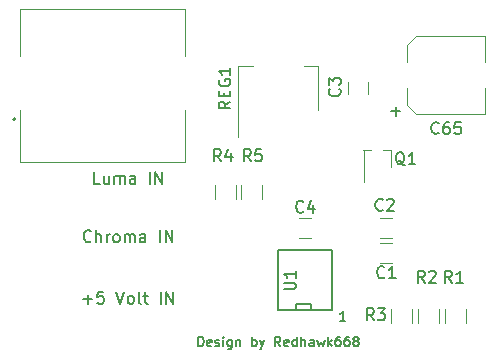
<source format=gbr>
G04 #@! TF.GenerationSoftware,KiCad,Pcbnew,(5.1.4)-1*
G04 #@! TF.CreationDate,2020-06-19T15:30:03+02:00*
G04 #@! TF.ProjectId,S-VHS ZX Spectrum Rev. C,532d5648-5320-45a5-9820-537065637472,rev?*
G04 #@! TF.SameCoordinates,Original*
G04 #@! TF.FileFunction,Legend,Top*
G04 #@! TF.FilePolarity,Positive*
%FSLAX46Y46*%
G04 Gerber Fmt 4.6, Leading zero omitted, Abs format (unit mm)*
G04 Created by KiCad (PCBNEW (5.1.4)-1) date 2020-06-19 15:30:03*
%MOMM*%
%LPD*%
G04 APERTURE LIST*
%ADD10C,0.200000*%
%ADD11C,0.120000*%
%ADD12C,0.100000*%
%ADD13C,0.150000*%
G04 APERTURE END LIST*
D10*
X165074571Y-110597904D02*
X164617428Y-110597904D01*
X164846000Y-110597904D02*
X164846000Y-109797904D01*
X164769809Y-109912190D01*
X164693619Y-109988380D01*
X164617428Y-110026476D01*
X152604047Y-112756904D02*
X152604047Y-111956904D01*
X152794523Y-111956904D01*
X152908809Y-111995000D01*
X152985000Y-112071190D01*
X153023095Y-112147380D01*
X153061190Y-112299761D01*
X153061190Y-112414047D01*
X153023095Y-112566428D01*
X152985000Y-112642619D01*
X152908809Y-112718809D01*
X152794523Y-112756904D01*
X152604047Y-112756904D01*
X153708809Y-112718809D02*
X153632619Y-112756904D01*
X153480238Y-112756904D01*
X153404047Y-112718809D01*
X153365952Y-112642619D01*
X153365952Y-112337857D01*
X153404047Y-112261666D01*
X153480238Y-112223571D01*
X153632619Y-112223571D01*
X153708809Y-112261666D01*
X153746904Y-112337857D01*
X153746904Y-112414047D01*
X153365952Y-112490238D01*
X154051666Y-112718809D02*
X154127857Y-112756904D01*
X154280238Y-112756904D01*
X154356428Y-112718809D01*
X154394523Y-112642619D01*
X154394523Y-112604523D01*
X154356428Y-112528333D01*
X154280238Y-112490238D01*
X154165952Y-112490238D01*
X154089761Y-112452142D01*
X154051666Y-112375952D01*
X154051666Y-112337857D01*
X154089761Y-112261666D01*
X154165952Y-112223571D01*
X154280238Y-112223571D01*
X154356428Y-112261666D01*
X154737380Y-112756904D02*
X154737380Y-112223571D01*
X154737380Y-111956904D02*
X154699285Y-111995000D01*
X154737380Y-112033095D01*
X154775476Y-111995000D01*
X154737380Y-111956904D01*
X154737380Y-112033095D01*
X155461190Y-112223571D02*
X155461190Y-112871190D01*
X155423095Y-112947380D01*
X155385000Y-112985476D01*
X155308809Y-113023571D01*
X155194523Y-113023571D01*
X155118333Y-112985476D01*
X155461190Y-112718809D02*
X155385000Y-112756904D01*
X155232619Y-112756904D01*
X155156428Y-112718809D01*
X155118333Y-112680714D01*
X155080238Y-112604523D01*
X155080238Y-112375952D01*
X155118333Y-112299761D01*
X155156428Y-112261666D01*
X155232619Y-112223571D01*
X155385000Y-112223571D01*
X155461190Y-112261666D01*
X155842142Y-112223571D02*
X155842142Y-112756904D01*
X155842142Y-112299761D02*
X155880238Y-112261666D01*
X155956428Y-112223571D01*
X156070714Y-112223571D01*
X156146904Y-112261666D01*
X156185000Y-112337857D01*
X156185000Y-112756904D01*
X157175476Y-112756904D02*
X157175476Y-111956904D01*
X157175476Y-112261666D02*
X157251666Y-112223571D01*
X157404047Y-112223571D01*
X157480238Y-112261666D01*
X157518333Y-112299761D01*
X157556428Y-112375952D01*
X157556428Y-112604523D01*
X157518333Y-112680714D01*
X157480238Y-112718809D01*
X157404047Y-112756904D01*
X157251666Y-112756904D01*
X157175476Y-112718809D01*
X157823095Y-112223571D02*
X158013571Y-112756904D01*
X158204047Y-112223571D02*
X158013571Y-112756904D01*
X157937380Y-112947380D01*
X157899285Y-112985476D01*
X157823095Y-113023571D01*
X159575476Y-112756904D02*
X159308809Y-112375952D01*
X159118333Y-112756904D02*
X159118333Y-111956904D01*
X159423095Y-111956904D01*
X159499285Y-111995000D01*
X159537380Y-112033095D01*
X159575476Y-112109285D01*
X159575476Y-112223571D01*
X159537380Y-112299761D01*
X159499285Y-112337857D01*
X159423095Y-112375952D01*
X159118333Y-112375952D01*
X160223095Y-112718809D02*
X160146904Y-112756904D01*
X159994523Y-112756904D01*
X159918333Y-112718809D01*
X159880238Y-112642619D01*
X159880238Y-112337857D01*
X159918333Y-112261666D01*
X159994523Y-112223571D01*
X160146904Y-112223571D01*
X160223095Y-112261666D01*
X160261190Y-112337857D01*
X160261190Y-112414047D01*
X159880238Y-112490238D01*
X160946904Y-112756904D02*
X160946904Y-111956904D01*
X160946904Y-112718809D02*
X160870714Y-112756904D01*
X160718333Y-112756904D01*
X160642142Y-112718809D01*
X160604047Y-112680714D01*
X160565952Y-112604523D01*
X160565952Y-112375952D01*
X160604047Y-112299761D01*
X160642142Y-112261666D01*
X160718333Y-112223571D01*
X160870714Y-112223571D01*
X160946904Y-112261666D01*
X161327857Y-112756904D02*
X161327857Y-111956904D01*
X161670714Y-112756904D02*
X161670714Y-112337857D01*
X161632619Y-112261666D01*
X161556428Y-112223571D01*
X161442142Y-112223571D01*
X161365952Y-112261666D01*
X161327857Y-112299761D01*
X162394523Y-112756904D02*
X162394523Y-112337857D01*
X162356428Y-112261666D01*
X162280238Y-112223571D01*
X162127857Y-112223571D01*
X162051666Y-112261666D01*
X162394523Y-112718809D02*
X162318333Y-112756904D01*
X162127857Y-112756904D01*
X162051666Y-112718809D01*
X162013571Y-112642619D01*
X162013571Y-112566428D01*
X162051666Y-112490238D01*
X162127857Y-112452142D01*
X162318333Y-112452142D01*
X162394523Y-112414047D01*
X162699285Y-112223571D02*
X162851666Y-112756904D01*
X163004047Y-112375952D01*
X163156428Y-112756904D01*
X163308809Y-112223571D01*
X163613571Y-112756904D02*
X163613571Y-111956904D01*
X163689761Y-112452142D02*
X163918333Y-112756904D01*
X163918333Y-112223571D02*
X163613571Y-112528333D01*
X164604047Y-111956904D02*
X164451666Y-111956904D01*
X164375476Y-111995000D01*
X164337380Y-112033095D01*
X164261190Y-112147380D01*
X164223095Y-112299761D01*
X164223095Y-112604523D01*
X164261190Y-112680714D01*
X164299285Y-112718809D01*
X164375476Y-112756904D01*
X164527857Y-112756904D01*
X164604047Y-112718809D01*
X164642142Y-112680714D01*
X164680238Y-112604523D01*
X164680238Y-112414047D01*
X164642142Y-112337857D01*
X164604047Y-112299761D01*
X164527857Y-112261666D01*
X164375476Y-112261666D01*
X164299285Y-112299761D01*
X164261190Y-112337857D01*
X164223095Y-112414047D01*
X165365952Y-111956904D02*
X165213571Y-111956904D01*
X165137380Y-111995000D01*
X165099285Y-112033095D01*
X165023095Y-112147380D01*
X164985000Y-112299761D01*
X164985000Y-112604523D01*
X165023095Y-112680714D01*
X165061190Y-112718809D01*
X165137380Y-112756904D01*
X165289761Y-112756904D01*
X165365952Y-112718809D01*
X165404047Y-112680714D01*
X165442142Y-112604523D01*
X165442142Y-112414047D01*
X165404047Y-112337857D01*
X165365952Y-112299761D01*
X165289761Y-112261666D01*
X165137380Y-112261666D01*
X165061190Y-112299761D01*
X165023095Y-112337857D01*
X164985000Y-112414047D01*
X165899285Y-112299761D02*
X165823095Y-112261666D01*
X165785000Y-112223571D01*
X165746904Y-112147380D01*
X165746904Y-112109285D01*
X165785000Y-112033095D01*
X165823095Y-111995000D01*
X165899285Y-111956904D01*
X166051666Y-111956904D01*
X166127857Y-111995000D01*
X166165952Y-112033095D01*
X166204047Y-112109285D01*
X166204047Y-112147380D01*
X166165952Y-112223571D01*
X166127857Y-112261666D01*
X166051666Y-112299761D01*
X165899285Y-112299761D01*
X165823095Y-112337857D01*
X165785000Y-112375952D01*
X165746904Y-112452142D01*
X165746904Y-112604523D01*
X165785000Y-112680714D01*
X165823095Y-112718809D01*
X165899285Y-112756904D01*
X166051666Y-112756904D01*
X166127857Y-112718809D01*
X166165952Y-112680714D01*
X166204047Y-112604523D01*
X166204047Y-112452142D01*
X166165952Y-112375952D01*
X166127857Y-112337857D01*
X166051666Y-112299761D01*
D11*
X155820000Y-99095000D02*
X155820000Y-100295000D01*
X154060000Y-100295000D02*
X154060000Y-99095000D01*
X168029000Y-103593000D02*
X169029000Y-103593000D01*
X169029000Y-101893000D02*
X168029000Y-101893000D01*
X168927000Y-97576000D02*
X168927000Y-96166000D01*
X166607000Y-96166000D02*
X166607000Y-98901000D01*
X166597000Y-96166000D02*
X167267000Y-96166000D01*
X168267000Y-96166000D02*
X168927000Y-96166000D01*
X171205000Y-110836000D02*
X171205000Y-109636000D01*
X172965000Y-109636000D02*
X172965000Y-110836000D01*
X169029000Y-104052000D02*
X168029000Y-104052000D01*
X168029000Y-105752000D02*
X169029000Y-105752000D01*
X166966000Y-91432000D02*
X166966000Y-90432000D01*
X165266000Y-90432000D02*
X165266000Y-91432000D01*
X161171000Y-103593000D02*
X162171000Y-103593000D01*
X162171000Y-101893000D02*
X161171000Y-101893000D01*
X171069000Y-86489000D02*
X176909000Y-86489000D01*
X170309000Y-87249000D02*
X171069000Y-86489000D01*
X171069000Y-93089000D02*
X170309000Y-92329000D01*
X176909000Y-93089000D02*
X171069000Y-93089000D01*
X170309000Y-87249000D02*
X170309000Y-88669000D01*
X170309000Y-92329000D02*
X170309000Y-90909000D01*
X176909000Y-86489000D02*
X176909000Y-88669000D01*
X176909000Y-93089000D02*
X176909000Y-90909000D01*
D12*
X137533000Y-88235000D02*
X137533000Y-84235000D01*
X137533000Y-84235000D02*
X151533000Y-84235000D01*
X151533000Y-84235000D02*
X151533000Y-88235000D01*
X137533000Y-92735000D02*
X137533000Y-97135000D01*
X137533000Y-97135000D02*
X151533000Y-97135000D01*
X151533000Y-97135000D02*
X151533000Y-92735000D01*
D10*
X137133000Y-93535000D02*
X137133000Y-93535000D01*
X136933000Y-93535000D02*
X136933000Y-93535000D01*
X136933000Y-93535000D02*
G75*
G02X137133000Y-93535000I100000J0D01*
G01*
X137133000Y-93535000D02*
G75*
G02X136933000Y-93535000I-100000J0D01*
G01*
D11*
X175251000Y-109636000D02*
X175251000Y-110836000D01*
X173491000Y-110836000D02*
X173491000Y-109636000D01*
X170679000Y-109636000D02*
X170679000Y-110836000D01*
X168919000Y-110836000D02*
X168919000Y-109636000D01*
X157979000Y-99095000D02*
X157979000Y-100295000D01*
X156219000Y-100295000D02*
X156219000Y-99095000D01*
X155975000Y-95032000D02*
X155975000Y-89022000D01*
X162795000Y-92782000D02*
X162795000Y-89022000D01*
X155975000Y-89022000D02*
X157235000Y-89022000D01*
X162795000Y-89022000D02*
X161535000Y-89022000D01*
D13*
X162179000Y-109220000D02*
X162179000Y-109728000D01*
X160909000Y-109220000D02*
X162179000Y-109220000D01*
X160909000Y-109728000D02*
X160909000Y-109220000D01*
X163957000Y-109728000D02*
X159385000Y-109728000D01*
X163957000Y-104648000D02*
X163957000Y-109728000D01*
X159385000Y-104648000D02*
X163957000Y-104648000D01*
X159385000Y-109728000D02*
X159385000Y-104648000D01*
X154519333Y-97099380D02*
X154186000Y-96623190D01*
X153947904Y-97099380D02*
X153947904Y-96099380D01*
X154328857Y-96099380D01*
X154424095Y-96147000D01*
X154471714Y-96194619D01*
X154519333Y-96289857D01*
X154519333Y-96432714D01*
X154471714Y-96527952D01*
X154424095Y-96575571D01*
X154328857Y-96623190D01*
X153947904Y-96623190D01*
X155376476Y-96432714D02*
X155376476Y-97099380D01*
X155138380Y-96051761D02*
X154900285Y-96766047D01*
X155519333Y-96766047D01*
X168235333Y-101195142D02*
X168187714Y-101242761D01*
X168044857Y-101290380D01*
X167949619Y-101290380D01*
X167806761Y-101242761D01*
X167711523Y-101147523D01*
X167663904Y-101052285D01*
X167616285Y-100861809D01*
X167616285Y-100718952D01*
X167663904Y-100528476D01*
X167711523Y-100433238D01*
X167806761Y-100338000D01*
X167949619Y-100290380D01*
X168044857Y-100290380D01*
X168187714Y-100338000D01*
X168235333Y-100385619D01*
X168616285Y-100385619D02*
X168663904Y-100338000D01*
X168759142Y-100290380D01*
X168997238Y-100290380D01*
X169092476Y-100338000D01*
X169140095Y-100385619D01*
X169187714Y-100480857D01*
X169187714Y-100576095D01*
X169140095Y-100718952D01*
X168568666Y-101290380D01*
X169187714Y-101290380D01*
X170084761Y-97448619D02*
X169989523Y-97401000D01*
X169894285Y-97305761D01*
X169751428Y-97162904D01*
X169656190Y-97115285D01*
X169560952Y-97115285D01*
X169608571Y-97353380D02*
X169513333Y-97305761D01*
X169418095Y-97210523D01*
X169370476Y-97020047D01*
X169370476Y-96686714D01*
X169418095Y-96496238D01*
X169513333Y-96401000D01*
X169608571Y-96353380D01*
X169799047Y-96353380D01*
X169894285Y-96401000D01*
X169989523Y-96496238D01*
X170037142Y-96686714D01*
X170037142Y-97020047D01*
X169989523Y-97210523D01*
X169894285Y-97305761D01*
X169799047Y-97353380D01*
X169608571Y-97353380D01*
X170989523Y-97353380D02*
X170418095Y-97353380D01*
X170703809Y-97353380D02*
X170703809Y-96353380D01*
X170608571Y-96496238D01*
X170513333Y-96591476D01*
X170418095Y-96639095D01*
X171791333Y-107386380D02*
X171458000Y-106910190D01*
X171219904Y-107386380D02*
X171219904Y-106386380D01*
X171600857Y-106386380D01*
X171696095Y-106434000D01*
X171743714Y-106481619D01*
X171791333Y-106576857D01*
X171791333Y-106719714D01*
X171743714Y-106814952D01*
X171696095Y-106862571D01*
X171600857Y-106910190D01*
X171219904Y-106910190D01*
X172172285Y-106481619D02*
X172219904Y-106434000D01*
X172315142Y-106386380D01*
X172553238Y-106386380D01*
X172648476Y-106434000D01*
X172696095Y-106481619D01*
X172743714Y-106576857D01*
X172743714Y-106672095D01*
X172696095Y-106814952D01*
X172124666Y-107386380D01*
X172743714Y-107386380D01*
X168362333Y-106910142D02*
X168314714Y-106957761D01*
X168171857Y-107005380D01*
X168076619Y-107005380D01*
X167933761Y-106957761D01*
X167838523Y-106862523D01*
X167790904Y-106767285D01*
X167743285Y-106576809D01*
X167743285Y-106433952D01*
X167790904Y-106243476D01*
X167838523Y-106148238D01*
X167933761Y-106053000D01*
X168076619Y-106005380D01*
X168171857Y-106005380D01*
X168314714Y-106053000D01*
X168362333Y-106100619D01*
X169314714Y-107005380D02*
X168743285Y-107005380D01*
X169029000Y-107005380D02*
X169029000Y-106005380D01*
X168933761Y-106148238D01*
X168838523Y-106243476D01*
X168743285Y-106291095D01*
X164568142Y-90971666D02*
X164615761Y-91019285D01*
X164663380Y-91162142D01*
X164663380Y-91257380D01*
X164615761Y-91400238D01*
X164520523Y-91495476D01*
X164425285Y-91543095D01*
X164234809Y-91590714D01*
X164091952Y-91590714D01*
X163901476Y-91543095D01*
X163806238Y-91495476D01*
X163711000Y-91400238D01*
X163663380Y-91257380D01*
X163663380Y-91162142D01*
X163711000Y-91019285D01*
X163758619Y-90971666D01*
X163663380Y-90638333D02*
X163663380Y-90019285D01*
X164044333Y-90352619D01*
X164044333Y-90209761D01*
X164091952Y-90114523D01*
X164139571Y-90066904D01*
X164234809Y-90019285D01*
X164472904Y-90019285D01*
X164568142Y-90066904D01*
X164615761Y-90114523D01*
X164663380Y-90209761D01*
X164663380Y-90495476D01*
X164615761Y-90590714D01*
X164568142Y-90638333D01*
X161504333Y-101350142D02*
X161456714Y-101397761D01*
X161313857Y-101445380D01*
X161218619Y-101445380D01*
X161075761Y-101397761D01*
X160980523Y-101302523D01*
X160932904Y-101207285D01*
X160885285Y-101016809D01*
X160885285Y-100873952D01*
X160932904Y-100683476D01*
X160980523Y-100588238D01*
X161075761Y-100493000D01*
X161218619Y-100445380D01*
X161313857Y-100445380D01*
X161456714Y-100493000D01*
X161504333Y-100540619D01*
X162361476Y-100778714D02*
X162361476Y-101445380D01*
X162123380Y-100397761D02*
X161885285Y-101112047D01*
X162504333Y-101112047D01*
X172966142Y-94706142D02*
X172918523Y-94753761D01*
X172775666Y-94801380D01*
X172680428Y-94801380D01*
X172537571Y-94753761D01*
X172442333Y-94658523D01*
X172394714Y-94563285D01*
X172347095Y-94372809D01*
X172347095Y-94229952D01*
X172394714Y-94039476D01*
X172442333Y-93944238D01*
X172537571Y-93849000D01*
X172680428Y-93801380D01*
X172775666Y-93801380D01*
X172918523Y-93849000D01*
X172966142Y-93896619D01*
X173823285Y-93801380D02*
X173632809Y-93801380D01*
X173537571Y-93849000D01*
X173489952Y-93896619D01*
X173394714Y-94039476D01*
X173347095Y-94229952D01*
X173347095Y-94610904D01*
X173394714Y-94706142D01*
X173442333Y-94753761D01*
X173537571Y-94801380D01*
X173728047Y-94801380D01*
X173823285Y-94753761D01*
X173870904Y-94706142D01*
X173918523Y-94610904D01*
X173918523Y-94372809D01*
X173870904Y-94277571D01*
X173823285Y-94229952D01*
X173728047Y-94182333D01*
X173537571Y-94182333D01*
X173442333Y-94229952D01*
X173394714Y-94277571D01*
X173347095Y-94372809D01*
X174823285Y-93801380D02*
X174347095Y-93801380D01*
X174299476Y-94277571D01*
X174347095Y-94229952D01*
X174442333Y-94182333D01*
X174680428Y-94182333D01*
X174775666Y-94229952D01*
X174823285Y-94277571D01*
X174870904Y-94372809D01*
X174870904Y-94610904D01*
X174823285Y-94706142D01*
X174775666Y-94753761D01*
X174680428Y-94801380D01*
X174442333Y-94801380D01*
X174347095Y-94753761D01*
X174299476Y-94706142D01*
X168948047Y-92870428D02*
X169709952Y-92870428D01*
X169329000Y-93251380D02*
X169329000Y-92489476D01*
X144280238Y-99004380D02*
X143804047Y-99004380D01*
X143804047Y-98004380D01*
X145042142Y-98337714D02*
X145042142Y-99004380D01*
X144613571Y-98337714D02*
X144613571Y-98861523D01*
X144661190Y-98956761D01*
X144756428Y-99004380D01*
X144899285Y-99004380D01*
X144994523Y-98956761D01*
X145042142Y-98909142D01*
X145518333Y-99004380D02*
X145518333Y-98337714D01*
X145518333Y-98432952D02*
X145565952Y-98385333D01*
X145661190Y-98337714D01*
X145804047Y-98337714D01*
X145899285Y-98385333D01*
X145946904Y-98480571D01*
X145946904Y-99004380D01*
X145946904Y-98480571D02*
X145994523Y-98385333D01*
X146089761Y-98337714D01*
X146232619Y-98337714D01*
X146327857Y-98385333D01*
X146375476Y-98480571D01*
X146375476Y-99004380D01*
X147280238Y-99004380D02*
X147280238Y-98480571D01*
X147232619Y-98385333D01*
X147137380Y-98337714D01*
X146946904Y-98337714D01*
X146851666Y-98385333D01*
X147280238Y-98956761D02*
X147185000Y-99004380D01*
X146946904Y-99004380D01*
X146851666Y-98956761D01*
X146804047Y-98861523D01*
X146804047Y-98766285D01*
X146851666Y-98671047D01*
X146946904Y-98623428D01*
X147185000Y-98623428D01*
X147280238Y-98575809D01*
X148518333Y-99004380D02*
X148518333Y-98004380D01*
X148994523Y-99004380D02*
X148994523Y-98004380D01*
X149565952Y-99004380D01*
X149565952Y-98004380D01*
X143518333Y-103862142D02*
X143470714Y-103909761D01*
X143327857Y-103957380D01*
X143232619Y-103957380D01*
X143089761Y-103909761D01*
X142994523Y-103814523D01*
X142946904Y-103719285D01*
X142899285Y-103528809D01*
X142899285Y-103385952D01*
X142946904Y-103195476D01*
X142994523Y-103100238D01*
X143089761Y-103005000D01*
X143232619Y-102957380D01*
X143327857Y-102957380D01*
X143470714Y-103005000D01*
X143518333Y-103052619D01*
X143946904Y-103957380D02*
X143946904Y-102957380D01*
X144375476Y-103957380D02*
X144375476Y-103433571D01*
X144327857Y-103338333D01*
X144232619Y-103290714D01*
X144089761Y-103290714D01*
X143994523Y-103338333D01*
X143946904Y-103385952D01*
X144851666Y-103957380D02*
X144851666Y-103290714D01*
X144851666Y-103481190D02*
X144899285Y-103385952D01*
X144946904Y-103338333D01*
X145042142Y-103290714D01*
X145137380Y-103290714D01*
X145613571Y-103957380D02*
X145518333Y-103909761D01*
X145470714Y-103862142D01*
X145423095Y-103766904D01*
X145423095Y-103481190D01*
X145470714Y-103385952D01*
X145518333Y-103338333D01*
X145613571Y-103290714D01*
X145756428Y-103290714D01*
X145851666Y-103338333D01*
X145899285Y-103385952D01*
X145946904Y-103481190D01*
X145946904Y-103766904D01*
X145899285Y-103862142D01*
X145851666Y-103909761D01*
X145756428Y-103957380D01*
X145613571Y-103957380D01*
X146375476Y-103957380D02*
X146375476Y-103290714D01*
X146375476Y-103385952D02*
X146423095Y-103338333D01*
X146518333Y-103290714D01*
X146661190Y-103290714D01*
X146756428Y-103338333D01*
X146804047Y-103433571D01*
X146804047Y-103957380D01*
X146804047Y-103433571D02*
X146851666Y-103338333D01*
X146946904Y-103290714D01*
X147089761Y-103290714D01*
X147185000Y-103338333D01*
X147232619Y-103433571D01*
X147232619Y-103957380D01*
X148137380Y-103957380D02*
X148137380Y-103433571D01*
X148089761Y-103338333D01*
X147994523Y-103290714D01*
X147804047Y-103290714D01*
X147708809Y-103338333D01*
X148137380Y-103909761D02*
X148042142Y-103957380D01*
X147804047Y-103957380D01*
X147708809Y-103909761D01*
X147661190Y-103814523D01*
X147661190Y-103719285D01*
X147708809Y-103624047D01*
X147804047Y-103576428D01*
X148042142Y-103576428D01*
X148137380Y-103528809D01*
X149375476Y-103957380D02*
X149375476Y-102957380D01*
X149851666Y-103957380D02*
X149851666Y-102957380D01*
X150423095Y-103957380D01*
X150423095Y-102957380D01*
X142875476Y-108783428D02*
X143637380Y-108783428D01*
X143256428Y-109164380D02*
X143256428Y-108402476D01*
X144589761Y-108164380D02*
X144113571Y-108164380D01*
X144065952Y-108640571D01*
X144113571Y-108592952D01*
X144208809Y-108545333D01*
X144446904Y-108545333D01*
X144542142Y-108592952D01*
X144589761Y-108640571D01*
X144637380Y-108735809D01*
X144637380Y-108973904D01*
X144589761Y-109069142D01*
X144542142Y-109116761D01*
X144446904Y-109164380D01*
X144208809Y-109164380D01*
X144113571Y-109116761D01*
X144065952Y-109069142D01*
X145685000Y-108164380D02*
X146018333Y-109164380D01*
X146351666Y-108164380D01*
X146827857Y-109164380D02*
X146732619Y-109116761D01*
X146685000Y-109069142D01*
X146637380Y-108973904D01*
X146637380Y-108688190D01*
X146685000Y-108592952D01*
X146732619Y-108545333D01*
X146827857Y-108497714D01*
X146970714Y-108497714D01*
X147065952Y-108545333D01*
X147113571Y-108592952D01*
X147161190Y-108688190D01*
X147161190Y-108973904D01*
X147113571Y-109069142D01*
X147065952Y-109116761D01*
X146970714Y-109164380D01*
X146827857Y-109164380D01*
X147732619Y-109164380D02*
X147637380Y-109116761D01*
X147589761Y-109021523D01*
X147589761Y-108164380D01*
X147970714Y-108497714D02*
X148351666Y-108497714D01*
X148113571Y-108164380D02*
X148113571Y-109021523D01*
X148161190Y-109116761D01*
X148256428Y-109164380D01*
X148351666Y-109164380D01*
X149446904Y-109164380D02*
X149446904Y-108164380D01*
X149923095Y-109164380D02*
X149923095Y-108164380D01*
X150494523Y-109164380D01*
X150494523Y-108164380D01*
X174077333Y-107386380D02*
X173744000Y-106910190D01*
X173505904Y-107386380D02*
X173505904Y-106386380D01*
X173886857Y-106386380D01*
X173982095Y-106434000D01*
X174029714Y-106481619D01*
X174077333Y-106576857D01*
X174077333Y-106719714D01*
X174029714Y-106814952D01*
X173982095Y-106862571D01*
X173886857Y-106910190D01*
X173505904Y-106910190D01*
X175029714Y-107386380D02*
X174458285Y-107386380D01*
X174744000Y-107386380D02*
X174744000Y-106386380D01*
X174648761Y-106529238D01*
X174553523Y-106624476D01*
X174458285Y-106672095D01*
X167473333Y-110561380D02*
X167140000Y-110085190D01*
X166901904Y-110561380D02*
X166901904Y-109561380D01*
X167282857Y-109561380D01*
X167378095Y-109609000D01*
X167425714Y-109656619D01*
X167473333Y-109751857D01*
X167473333Y-109894714D01*
X167425714Y-109989952D01*
X167378095Y-110037571D01*
X167282857Y-110085190D01*
X166901904Y-110085190D01*
X167806666Y-109561380D02*
X168425714Y-109561380D01*
X168092380Y-109942333D01*
X168235238Y-109942333D01*
X168330476Y-109989952D01*
X168378095Y-110037571D01*
X168425714Y-110132809D01*
X168425714Y-110370904D01*
X168378095Y-110466142D01*
X168330476Y-110513761D01*
X168235238Y-110561380D01*
X167949523Y-110561380D01*
X167854285Y-110513761D01*
X167806666Y-110466142D01*
X157059333Y-97099380D02*
X156726000Y-96623190D01*
X156487904Y-97099380D02*
X156487904Y-96099380D01*
X156868857Y-96099380D01*
X156964095Y-96147000D01*
X157011714Y-96194619D01*
X157059333Y-96289857D01*
X157059333Y-96432714D01*
X157011714Y-96527952D01*
X156964095Y-96575571D01*
X156868857Y-96623190D01*
X156487904Y-96623190D01*
X157964095Y-96099380D02*
X157487904Y-96099380D01*
X157440285Y-96575571D01*
X157487904Y-96527952D01*
X157583142Y-96480333D01*
X157821238Y-96480333D01*
X157916476Y-96527952D01*
X157964095Y-96575571D01*
X158011714Y-96670809D01*
X158011714Y-96908904D01*
X157964095Y-97004142D01*
X157916476Y-97051761D01*
X157821238Y-97099380D01*
X157583142Y-97099380D01*
X157487904Y-97051761D01*
X157440285Y-97004142D01*
X155337380Y-92051047D02*
X154861190Y-92384380D01*
X155337380Y-92622476D02*
X154337380Y-92622476D01*
X154337380Y-92241523D01*
X154385000Y-92146285D01*
X154432619Y-92098666D01*
X154527857Y-92051047D01*
X154670714Y-92051047D01*
X154765952Y-92098666D01*
X154813571Y-92146285D01*
X154861190Y-92241523D01*
X154861190Y-92622476D01*
X154813571Y-91622476D02*
X154813571Y-91289142D01*
X155337380Y-91146285D02*
X155337380Y-91622476D01*
X154337380Y-91622476D01*
X154337380Y-91146285D01*
X154385000Y-90193904D02*
X154337380Y-90289142D01*
X154337380Y-90432000D01*
X154385000Y-90574857D01*
X154480238Y-90670095D01*
X154575476Y-90717714D01*
X154765952Y-90765333D01*
X154908809Y-90765333D01*
X155099285Y-90717714D01*
X155194523Y-90670095D01*
X155289761Y-90574857D01*
X155337380Y-90432000D01*
X155337380Y-90336761D01*
X155289761Y-90193904D01*
X155242142Y-90146285D01*
X154908809Y-90146285D01*
X154908809Y-90336761D01*
X155337380Y-89193904D02*
X155337380Y-89765333D01*
X155337380Y-89479619D02*
X154337380Y-89479619D01*
X154480238Y-89574857D01*
X154575476Y-89670095D01*
X154623095Y-89765333D01*
X159853380Y-107949904D02*
X160662904Y-107949904D01*
X160758142Y-107902285D01*
X160805761Y-107854666D01*
X160853380Y-107759428D01*
X160853380Y-107568952D01*
X160805761Y-107473714D01*
X160758142Y-107426095D01*
X160662904Y-107378476D01*
X159853380Y-107378476D01*
X160853380Y-106378476D02*
X160853380Y-106949904D01*
X160853380Y-106664190D02*
X159853380Y-106664190D01*
X159996238Y-106759428D01*
X160091476Y-106854666D01*
X160139095Y-106949904D01*
M02*

</source>
